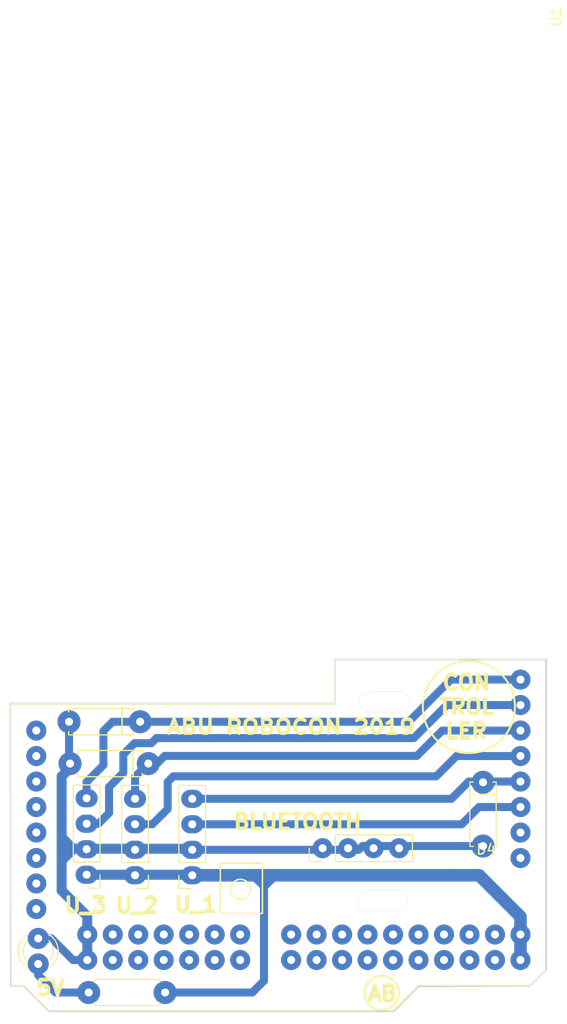
<source format=kicad_pcb>
(kicad_pcb (version 20171130) (host pcbnew "(5.0.2)-1")

  (general
    (thickness 1.6)
    (drawings 21)
    (tracks 87)
    (zones 0)
    (modules 10)
    (nets 10)
  )

  (page A4)
  (layers
    (0 F.Cu signal)
    (31 B.Cu signal)
    (32 B.Adhes user)
    (33 F.Adhes user)
    (34 B.Paste user)
    (35 F.Paste user)
    (36 B.SilkS user)
    (37 F.SilkS user)
    (38 B.Mask user)
    (39 F.Mask user)
    (40 Dwgs.User user)
    (41 Cmts.User user)
    (42 Eco1.User user)
    (43 Eco2.User user)
    (44 Edge.Cuts user)
    (45 Margin user)
    (46 B.CrtYd user)
    (47 F.CrtYd user)
    (48 B.Fab user)
    (49 F.Fab user)
  )

  (setup
    (last_trace_width 0.25)
    (user_trace_width 0.8)
    (user_trace_width 1)
    (user_trace_width 1.25)
    (trace_clearance 0.4)
    (zone_clearance 0.508)
    (zone_45_only no)
    (trace_min 0.2)
    (segment_width 0.2)
    (edge_width 0.15)
    (via_size 0.8)
    (via_drill 0.4)
    (via_min_size 0.4)
    (via_min_drill 0.3)
    (uvia_size 0.3)
    (uvia_drill 0.1)
    (uvias_allowed no)
    (uvia_min_size 0.2)
    (uvia_min_drill 0.1)
    (pcb_text_width 0.3)
    (pcb_text_size 1.5 1.5)
    (mod_edge_width 0.15)
    (mod_text_size 1 1)
    (mod_text_width 0.15)
    (pad_size 1.524 1.524)
    (pad_drill 0.762)
    (pad_to_mask_clearance 0.051)
    (solder_mask_min_width 0.25)
    (aux_axis_origin 0 0)
    (visible_elements 7FFFFFFF)
    (pcbplotparams
      (layerselection 0x010fc_ffffffff)
      (usegerberextensions false)
      (usegerberattributes false)
      (usegerberadvancedattributes false)
      (creategerberjobfile false)
      (excludeedgelayer true)
      (linewidth 0.100000)
      (plotframeref false)
      (viasonmask false)
      (mode 1)
      (useauxorigin false)
      (hpglpennumber 1)
      (hpglpenspeed 20)
      (hpglpendiameter 15.000000)
      (psnegative false)
      (psa4output false)
      (plotreference true)
      (plotvalue true)
      (plotinvisibletext false)
      (padsonsilk false)
      (subtractmaskfromsilk false)
      (outputformat 1)
      (mirror false)
      (drillshape 1)
      (scaleselection 1)
      (outputdirectory ""))
  )

  (net 0 "")
  (net 1 GND)
  (net 2 "Net-(D1-Pad2)")
  (net 3 +5V)
  (net 4 /RX_01)
  (net 5 /TX_01)
  (net 6 /TX_02)
  (net 7 /RX_02)
  (net 8 /RX_03)
  (net 9 /TX_03)

  (net_class Default "This is the default net class."
    (clearance 0.4)
    (trace_width 0.25)
    (via_dia 0.8)
    (via_drill 0.4)
    (uvia_dia 0.3)
    (uvia_drill 0.1)
    (add_net +5V)
    (add_net /RX_01)
    (add_net /RX_02)
    (add_net /RX_03)
    (add_net /TX_01)
    (add_net /TX_02)
    (add_net /TX_03)
    (add_net GND)
    (add_net "Net-(D1-Pad2)")
  )

  (module Pin_Headers:Pin_Header_Straight_1x04_Pitch2.54mm (layer F.Cu) (tedit 5D1DCE9C) (tstamp 5D1CF6F0)
    (at 142.0876 118.7196 90)
    (descr "Through hole straight pin header, 1x04, 2.54mm pitch, single row")
    (tags "Through hole pin header THT 1x04 2.54mm single row")
    (path /5D1CED42)
    (fp_text reference J4 (at 0 -2.33 90) (layer F.SilkS) hide
      (effects (font (size 1 1) (thickness 0.15)))
    )
    (fp_text value Conn_01x04 (at 0 9.95 90) (layer F.Fab)
      (effects (font (size 1 1) (thickness 0.15)))
    )
    (fp_line (start -0.635 -1.27) (end 1.27 -1.27) (layer F.Fab) (width 0.1))
    (fp_line (start 1.27 -1.27) (end 1.27 8.89) (layer F.Fab) (width 0.1))
    (fp_line (start 1.27 8.89) (end -1.27 8.89) (layer F.Fab) (width 0.1))
    (fp_line (start -1.27 8.89) (end -1.27 -0.635) (layer F.Fab) (width 0.1))
    (fp_line (start -1.27 -0.635) (end -0.635 -1.27) (layer F.Fab) (width 0.1))
    (fp_line (start -1.33 8.95) (end 1.33 8.95) (layer F.SilkS) (width 0.12))
    (fp_line (start -1.33 1.27) (end -1.33 8.95) (layer F.SilkS) (width 0.12))
    (fp_line (start 1.33 1.27) (end 1.33 8.95) (layer F.SilkS) (width 0.12))
    (fp_line (start -1.33 1.27) (end 1.33 1.27) (layer F.SilkS) (width 0.12))
    (fp_line (start -1.33 0) (end -1.33 -1.33) (layer F.SilkS) (width 0.12))
    (fp_line (start -1.33 -1.33) (end 0 -1.33) (layer F.SilkS) (width 0.12))
    (fp_line (start -1.8 -1.8) (end -1.8 9.4) (layer F.CrtYd) (width 0.05))
    (fp_line (start -1.8 9.4) (end 1.8 9.4) (layer F.CrtYd) (width 0.05))
    (fp_line (start 1.8 9.4) (end 1.8 -1.8) (layer F.CrtYd) (width 0.05))
    (fp_line (start 1.8 -1.8) (end -1.8 -1.8) (layer F.CrtYd) (width 0.05))
    (fp_text user %R (at 0 3.81 180) (layer F.Fab)
      (effects (font (size 1 1) (thickness 0.15)))
    )
    (pad 1 thru_hole circle (at 0 0 90) (size 2 2) (drill 0.8) (layers *.Cu *.Mask)
      (net 1 GND))
    (pad 2 thru_hole circle (at 0 2.54 90) (size 2 2) (drill 0.8) (layers *.Cu *.Mask)
      (net 1 GND))
    (pad 3 thru_hole circle (at 0 5.08 90) (size 2 2) (drill 0.8) (layers *.Cu *.Mask)
      (net 1 GND))
    (pad 4 thru_hole circle (at 0 7.62 90) (size 2 2) (drill 0.8) (layers *.Cu *.Mask)
      (net 1 GND))
    (model ${KISYS3DMOD}/Pin_Headers.3dshapes/Pin_Header_Straight_1x04_Pitch2.54mm.wrl
      (at (xyz 0 0 0))
      (scale (xyz 1 1 1))
      (rotate (xyz 0 0 0))
    )
  )

  (module modFiles:Resistor_small (layer F.Cu) (tedit 5D1DC92F) (tstamp 5D262673)
    (at 123.7996 106.1212 180)
    (descr "Resistor, Axial_DIN0207 series, Axial, Horizontal, pin pitch=7.62mm, 0.25W = 1/4W, length*diameter=6.3*2.5mm^2, http://cdn-reichelt.de/documents/datenblatt/B400/1_4W%23YAG.pdf")
    (tags "Resistor Axial_DIN0207 series Axial Horizontal pin pitch 7.62mm 0.25W = 1/4W length 6.3mm diameter 2.5mm")
    (path /5D1DCA1B)
    (fp_text reference D2 (at 3.81 -2.31 180) (layer F.SilkS) hide
      (effects (font (size 1 1) (thickness 0.15)))
    )
    (fp_text value D_Zener (at 3.81 2.31 180) (layer F.Fab)
      (effects (font (size 1 1) (thickness 0.15)))
    )
    (fp_line (start 0.66 -1.25) (end 0.66 1.25) (layer F.Fab) (width 0.1))
    (fp_line (start 0.66 1.25) (end 6.96 1.25) (layer F.Fab) (width 0.1))
    (fp_line (start 6.96 1.25) (end 6.96 -1.25) (layer F.Fab) (width 0.1))
    (fp_line (start 6.96 -1.25) (end 0.66 -1.25) (layer F.Fab) (width 0.1))
    (fp_line (start 0 0) (end 0.66 0) (layer F.Fab) (width 0.1))
    (fp_line (start 7.62 0) (end 6.96 0) (layer F.Fab) (width 0.1))
    (fp_line (start 0.6 -0.98) (end 0.6 -1.31) (layer F.SilkS) (width 0.12))
    (fp_line (start 0.6 -1.31) (end 7.02 -1.31) (layer F.SilkS) (width 0.12))
    (fp_line (start 7.02 -1.31) (end 7.02 -0.98) (layer F.SilkS) (width 0.12))
    (fp_line (start 0.6 0.98) (end 0.6 1.31) (layer F.SilkS) (width 0.12))
    (fp_line (start 0.6 1.31) (end 7.02 1.31) (layer F.SilkS) (width 0.12))
    (fp_line (start 7.02 1.31) (end 7.02 0.98) (layer F.SilkS) (width 0.12))
    (fp_line (start -1.05 -1.6) (end -1.05 1.6) (layer F.CrtYd) (width 0.05))
    (fp_line (start -1.05 1.6) (end 8.7 1.6) (layer F.CrtYd) (width 0.05))
    (fp_line (start 8.7 1.6) (end 8.7 -1.6) (layer F.CrtYd) (width 0.05))
    (fp_line (start 8.7 -1.6) (end -1.05 -1.6) (layer F.CrtYd) (width 0.05))
    (fp_line (start 1.7 1.3) (end 1.7 1.4) (layer F.SilkS) (width 0.15))
    (fp_line (start 1.7 1.4) (end 1.7 1.3) (layer F.SilkS) (width 0.15))
    (fp_line (start 1.7 -1.3) (end 1.7 1.4) (layer F.SilkS) (width 0.15))
    (pad 1 thru_hole circle (at -0.1 0 180) (size 2.3 2.3) (drill 0.8) (layers *.Cu *.Mask)
      (net 9 /TX_03))
    (pad 2 thru_hole circle (at 6.985 0 180) (size 2.3 2.3) (drill 0.8) (layers *.Cu *.Mask)
      (net 1 GND))
    (model _3D/Used/R_Axial_DIN0207_L6.3mm_D2.5mm_P7.62mm_Horizontal.wrl
      (at (xyz 0 0 0))
      (scale (xyz 0.393701 0.393701 0.393701))
      (rotate (xyz 0 0 0))
    )
  )

  (module modFiles:Resistor_small (layer F.Cu) (tedit 5D1DC88D) (tstamp 5D262689)
    (at 124.714 110.2868 180)
    (descr "Resistor, Axial_DIN0207 series, Axial, Horizontal, pin pitch=7.62mm, 0.25W = 1/4W, length*diameter=6.3*2.5mm^2, http://cdn-reichelt.de/documents/datenblatt/B400/1_4W%23YAG.pdf")
    (tags "Resistor Axial_DIN0207 series Axial Horizontal pin pitch 7.62mm 0.25W = 1/4W length 6.3mm diameter 2.5mm")
    (path /5D1DCB42)
    (fp_text reference D3 (at 3.81 -2.31 180) (layer F.SilkS) hide
      (effects (font (size 1 1) (thickness 0.15)))
    )
    (fp_text value D_Zener (at 3.81 2.31 180) (layer F.Fab)
      (effects (font (size 1 1) (thickness 0.15)))
    )
    (fp_line (start 8.7 -1.6) (end -1.05 -1.6) (layer F.CrtYd) (width 0.05))
    (fp_line (start 8.7 1.6) (end 8.7 -1.6) (layer F.CrtYd) (width 0.05))
    (fp_line (start -1.05 1.6) (end 8.7 1.6) (layer F.CrtYd) (width 0.05))
    (fp_line (start -1.05 -1.6) (end -1.05 1.6) (layer F.CrtYd) (width 0.05))
    (fp_line (start 7.02 1.31) (end 7.02 0.98) (layer F.SilkS) (width 0.12))
    (fp_line (start 0.6 1.31) (end 7.02 1.31) (layer F.SilkS) (width 0.12))
    (fp_line (start 0.6 0.98) (end 0.6 1.31) (layer F.SilkS) (width 0.12))
    (fp_line (start 7.02 -1.31) (end 7.02 -0.98) (layer F.SilkS) (width 0.12))
    (fp_line (start 0.6 -1.31) (end 7.02 -1.31) (layer F.SilkS) (width 0.12))
    (fp_line (start 0.6 -0.98) (end 0.6 -1.31) (layer F.SilkS) (width 0.12))
    (fp_line (start 7.62 0) (end 6.96 0) (layer F.Fab) (width 0.1))
    (fp_line (start 0 0) (end 0.66 0) (layer F.Fab) (width 0.1))
    (fp_line (start 6.96 -1.25) (end 0.66 -1.25) (layer F.Fab) (width 0.1))
    (fp_line (start 6.96 1.25) (end 6.96 -1.25) (layer F.Fab) (width 0.1))
    (fp_line (start 0.66 1.25) (end 6.96 1.25) (layer F.Fab) (width 0.1))
    (fp_line (start 0.66 -1.25) (end 0.66 1.25) (layer F.Fab) (width 0.1))
    (fp_line (start 1.515 -1.27) (end 1.515 1.27) (layer F.SilkS) (width 0.15))
    (pad 2 thru_hole circle (at 7.8 0 180) (size 2.3 2.3) (drill 0.8) (layers *.Cu *.Mask)
      (net 1 GND))
    (pad 1 thru_hole circle (at 0 0 180) (size 2.3 2.3) (drill 0.8) (layers *.Cu *.Mask)
      (net 6 /TX_02))
    (model _3D/Used/R_Axial_DIN0207_L6.3mm_D2.5mm_P7.62mm_Horizontal.wrl
      (at (xyz 0 0 0))
      (scale (xyz 0.393701 0.393701 0.393701))
      (rotate (xyz 0 0 0))
    )
  )

  (module modFiles:Resistor_small (layer F.Cu) (tedit 5D1DC554) (tstamp 5D26269F)
    (at 162.2044 116.5352 180)
    (descr "Resistor, Axial_DIN0207 series, Axial, Horizontal, pin pitch=7.62mm, 0.25W = 1/4W, length*diameter=6.3*2.5mm^2, http://cdn-reichelt.de/documents/datenblatt/B400/1_4W%23YAG.pdf")
    (tags "Resistor Axial_DIN0207 series Axial Horizontal pin pitch 7.62mm 0.25W = 1/4W length 6.3mm diameter 2.5mm")
    (path /5D1DCB7A)
    (fp_text reference D4 (at 3.81 -2.31 180) (layer F.SilkS)
      (effects (font (size 1 1) (thickness 0.15)))
    )
    (fp_text value D_Zener (at 3.81 2.31 180) (layer F.Fab)
      (effects (font (size 1 1) (thickness 0.15)))
    )
    (fp_line (start 2.8775 4.3565) (end 5.3775 4.3565) (layer F.Fab) (width 0.1))
    (fp_line (start 5.3775 4.3565) (end 5.3775 -1.9435) (layer F.Fab) (width 0.1))
    (fp_line (start 5.3775 -1.9435) (end 2.8775 -1.9435) (layer F.Fab) (width 0.1))
    (fp_line (start 2.8775 -1.9435) (end 2.8775 4.3565) (layer F.Fab) (width 0.1))
    (fp_line (start 4.1275 5.0165) (end 4.1275 4.3565) (layer F.Fab) (width 0.1))
    (fp_line (start 4.1275 -2.6035) (end 4.1275 -1.9435) (layer F.Fab) (width 0.1))
    (fp_line (start 3.1475 4.4165) (end 2.8175 4.4165) (layer F.SilkS) (width 0.12))
    (fp_line (start 2.8175 4.4165) (end 2.8175 -2.0035) (layer F.SilkS) (width 0.12))
    (fp_line (start 2.8175 -2.0035) (end 3.1475 -2.0035) (layer F.SilkS) (width 0.12))
    (fp_line (start 5.1075 4.4165) (end 5.4375 4.4165) (layer F.SilkS) (width 0.12))
    (fp_line (start 5.4375 4.4165) (end 5.4375 -2.0035) (layer F.SilkS) (width 0.12))
    (fp_line (start 5.4375 -2.0035) (end 5.1075 -2.0035) (layer F.SilkS) (width 0.12))
    (fp_line (start 2.5275 6.0665) (end 5.7275 6.0665) (layer F.CrtYd) (width 0.05))
    (fp_line (start 5.7275 6.0665) (end 5.7275 -3.6835) (layer F.CrtYd) (width 0.05))
    (fp_line (start 5.7275 -3.6835) (end 2.5275 -3.6835) (layer F.CrtYd) (width 0.05))
    (fp_line (start 2.5275 -3.6835) (end 2.5275 6.0665) (layer F.CrtYd) (width 0.05))
    (fp_line (start 5.461 3.175) (end 5.334 3.175) (layer F.SilkS) (width 0.15))
    (fp_line (start 2.921 3.175) (end 5.461 3.175) (layer F.SilkS) (width 0.15))
    (pad 1 thru_hole circle (at 4.1275 4.3815 270) (size 2.3 2.3) (drill 0.8) (layers *.Cu *.Mask)
      (net 5 /TX_01))
    (pad 2 thru_hole circle (at 4.1275 -1.9685 270) (size 2.3 2.3) (drill 0.8) (layers *.Cu *.Mask)
      (net 1 GND))
    (model _3D/Used/R_Axial_DIN0207_L6.3mm_D2.5mm_P7.62mm_Horizontal.wrl
      (at (xyz 0 0 0))
      (scale (xyz 0.393701 0.393701 0.393701))
      (rotate (xyz 0 0 0))
    )
  )

  (module modFiles:bluetooth (layer F.Cu) (tedit 5D1CE713) (tstamp 5D25C2D8)
    (at 136.0932 118.618 180)
    (descr "Through hole straight pin header, 1x04, 2.54mm pitch, single row")
    (tags "Through hole pin header THT 1x04 2.54mm single row")
    (path /5D1CA3F4)
    (fp_text reference J1 (at 7.084 7.252 180) (layer F.SilkS) hide
      (effects (font (size 1 1) (thickness 0.15)))
    )
    (fp_text value Conn_01x04 (at 7 7.15 180) (layer F.Fab)
      (effects (font (size 1 1) (thickness 0.15)))
    )
    (fp_line (start 7.635 -4.07) (end 5.73 -4.07) (layer F.Fab) (width 0.1))
    (fp_line (start 5.73 -4.07) (end 5.73 6.09) (layer F.Fab) (width 0.1))
    (fp_line (start 5.73 6.09) (end 8.27 6.09) (layer F.Fab) (width 0.1))
    (fp_line (start 8.27 6.09) (end 8.27 -3.435) (layer F.Fab) (width 0.1))
    (fp_line (start 8.27 -3.435) (end 7.635 -4.07) (layer F.Fab) (width 0.1))
    (fp_line (start 8.33 6.15) (end 5.67 6.15) (layer F.SilkS) (width 0.12))
    (fp_line (start 8.33 -1.53) (end 8.33 6.15) (layer F.SilkS) (width 0.12))
    (fp_line (start 5.67 -1.53) (end 5.67 6.15) (layer F.SilkS) (width 0.12))
    (fp_line (start 8.33 -1.53) (end 5.67 -1.53) (layer F.SilkS) (width 0.12))
    (fp_line (start 8.33 -2.8) (end 8.33 -4.13) (layer F.SilkS) (width 0.12))
    (fp_line (start 8.33 -4.13) (end 7 -4.13) (layer F.SilkS) (width 0.12))
    (fp_line (start 8.8 -4.6) (end 8.8 6.6) (layer F.CrtYd) (width 0.05))
    (fp_line (start 8.8 6.6) (end 5.2 6.6) (layer F.CrtYd) (width 0.05))
    (fp_line (start 5.2 6.6) (end 5.2 -4.6) (layer F.CrtYd) (width 0.05))
    (fp_line (start 5.2 -4.6) (end 8.8 -4.6) (layer F.CrtYd) (width 0.05))
    (fp_text user %R (at 7 1.01 270) (layer F.Fab)
      (effects (font (size 1 1) (thickness 0.15)))
    )
    (fp_line (start 0 -6.6) (end 4.2 -6.6) (layer F.SilkS) (width 0.15))
    (fp_line (start 0 -1.6) (end 0 -6.6) (layer F.SilkS) (width 0.15))
    (fp_line (start 4.2 -1.6) (end 0 -1.6) (layer F.SilkS) (width 0.15))
    (fp_line (start 4.2 -6.6) (end 4.2 -1.6) (layer F.SilkS) (width 0.15))
    (fp_circle (center 2.2 -4.2) (end 1.6 -3.4) (layer F.SilkS) (width 0.15))
    (pad 0 thru_hole oval (at -12.192 14.478 180) (size 5 2) (drill oval 5 2) (layers *.Cu *.Mask))
    (pad 0 thru_hole oval (at -11.938 -5.334 180) (size 5 2) (drill oval 5 2) (layers *.Cu *.Mask))
    (pad 1 thru_hole oval (at 7 -2.8 180) (size 2.2 1.8) (drill 0.8) (layers *.Cu *.Mask)
      (net 3 +5V))
    (pad 2 thru_hole oval (at 7 -0.26 180) (size 2.2 1.8) (drill 0.8) (layers *.Cu *.Mask)
      (net 1 GND))
    (pad 3 thru_hole oval (at 7 2.28 180) (size 2.2 1.8) (drill 0.8) (layers *.Cu *.Mask)
      (net 4 /RX_01))
    (pad 4 thru_hole oval (at 7 4.82 180) (size 2.2 1.8) (drill 0.8) (layers *.Cu *.Mask)
      (net 5 /TX_01))
    (model ${KISYS3DMOD}/Pin_Headers.3dshapes/Pin_Header_Straight_1x04_Pitch2.54mm.wrl
      (at (xyz 0 0 0))
      (scale (xyz 1 1 1))
      (rotate (xyz 0 0 0))
    )
  )

  (module modFiles:Arduino_Mega2560_Shield (layer F.Cu) (tedit 5D1CAEE2) (tstamp 5D2509EA)
    (at 155.956 60.6552)
    (path /5D1CA2A8)
    (fp_text reference U1 (at 9.4107 -24.7777 270) (layer F.SilkS)
      (effects (font (size 1 1) (thickness 0.15)))
    )
    (fp_text value Arduino_Mega2560_Shield (at 9.6647 -16.6497 270) (layer F.Fab)
      (effects (font (size 1 1) (thickness 0.15)))
    )
    (fp_line (start -4.3053 71.7423) (end 6.8707 71.7423) (layer F.SilkS) (width 0.15))
    (fp_line (start -6.8453 74.2823) (end -4.3053 71.7423) (layer F.SilkS) (width 0.15))
    (fp_line (start -41.1353 74.2823) (end -6.8453 74.2823) (layer F.SilkS) (width 0.15))
    (fp_line (start -43.6753 71.7423) (end -41.1353 74.2823) (layer F.SilkS) (width 0.15))
    (fp_line (start -44.9453 71.7423) (end -43.6753 71.7423) (layer F.SilkS) (width 0.15))
    (fp_line (start 8.3947 70.2183) (end 6.8707 71.7423) (layer F.SilkS) (width 0.15))
    (fp_line (start 8.382 39.243) (end -12.7 39.243) (layer F.SilkS) (width 0.15))
    (fp_line (start 8.382 70.231) (end 8.382 39.243) (layer F.SilkS) (width 0.15))
    (fp_line (start -44.958 71.755) (end -44.958 43.688) (layer F.SilkS) (width 0.15))
    (fp_line (start -44.958 43.688) (end -12.7 43.688) (layer F.SilkS) (width 0.15))
    (fp_line (start -12.7 39.243) (end -12.446 39.243) (layer F.SilkS) (width 0.15))
    (fp_line (start -12.7 43.688) (end -12.7 39.243) (layer F.SilkS) (width 0.15))
    (pad GND1 thru_hole circle (at -37.3253 66.6623 270) (size 2 2) (drill 0.8) (layers *.Cu *.Mask)
      (net 1 GND))
    (pad GND2 thru_hole circle (at -37.3253 69.2023 270) (size 2 2) (drill 0.8) (layers *.Cu *.Mask)
      (net 1 GND))
    (pad 23 thru_hole circle (at 3.3147 69.2023 270) (size 2 2) (drill 0.8) (layers *.Cu *.Mask))
    (pad 22 thru_hole circle (at 3.3147 66.6623 270) (size 2 2) (drill 0.8) (layers *.Cu *.Mask))
    (pad 5V1 thru_hole circle (at 5.8547 69.2023 270) (size 2 2) (drill 0.8) (layers *.Cu *.Mask)
      (net 3 +5V))
    (pad 5V1 thru_hole circle (at 5.8547 66.6623 270) (size 2 2) (drill 0.8) (layers *.Cu *.Mask)
      (net 3 +5V))
    (pad 53 thru_hole circle (at -34.7853 69.2023 270) (size 2 2) (drill 0.8) (layers *.Cu *.Mask))
    (pad 52 thru_hole circle (at -34.7853 66.6623 270) (size 2 2) (drill 0.8) (layers *.Cu *.Mask))
    (pad 51 thru_hole circle (at -32.2453 69.2023 270) (size 2 2) (drill 0.8) (layers *.Cu *.Mask))
    (pad 50 thru_hole circle (at -32.2453 66.6623 270) (size 2 2) (drill 0.8) (layers *.Cu *.Mask))
    (pad 49 thru_hole circle (at -29.7053 69.2023 270) (size 2 2) (drill 0.8) (layers *.Cu *.Mask))
    (pad 48 thru_hole circle (at -29.7053 66.6623 270) (size 2 2) (drill 0.8) (layers *.Cu *.Mask))
    (pad 47 thru_hole circle (at -27.1653 69.2023 270) (size 2 2) (drill 0.8) (layers *.Cu *.Mask))
    (pad 46 thru_hole circle (at -27.1653 66.6623 270) (size 2 2) (drill 0.8) (layers *.Cu *.Mask))
    (pad 45 thru_hole circle (at -24.6253 69.2023 270) (size 2 2) (drill 0.8) (layers *.Cu *.Mask))
    (pad 44 thru_hole circle (at -24.6253 66.6623 270) (size 2 2) (drill 0.8) (layers *.Cu *.Mask))
    (pad 43 thru_hole circle (at -22.0853 69.2023 270) (size 2 2) (drill 0.8) (layers *.Cu *.Mask))
    (pad 42 thru_hole circle (at -22.0853 66.6623 270) (size 2 2) (drill 0.8) (layers *.Cu *.Mask))
    (pad 21 thru_hole circle (at 5.8547 59.0423 270) (size 2 2) (drill 0.8) (layers *.Cu *.Mask))
    (pad 20 thru_hole circle (at 5.8547 56.5023 270) (size 2 2) (drill 0.8) (layers *.Cu *.Mask))
    (pad 19 thru_hole circle (at 5.8547 53.9623 270) (size 2 2) (drill 0.8) (layers *.Cu *.Mask)
      (net 4 /RX_01))
    (pad 18 thru_hole circle (at 5.8547 51.4223 270) (size 2 2) (drill 0.8) (layers *.Cu *.Mask)
      (net 5 /TX_01))
    (pad 17 thru_hole circle (at 5.8547 48.8823 270) (size 2 2) (drill 0.8) (layers *.Cu *.Mask)
      (net 7 /RX_02))
    (pad 16 thru_hole circle (at 5.8547 46.3423 270) (size 2 2) (drill 0.8) (layers *.Cu *.Mask)
      (net 6 /TX_02))
    (pad 15 thru_hole circle (at 5.8547 43.8023 270) (size 2 2) (drill 0.8) (layers *.Cu *.Mask)
      (net 8 /RX_03))
    (pad 14 thru_hole circle (at 5.8547 41.2623 270) (size 2 2) (drill 0.8) (layers *.Cu *.Mask)
      (net 9 /TX_03))
    (pad A8 thru_hole circle (at -42.4053 46.3423 270) (size 2 2) (drill 0.8) (layers *.Cu *.Mask))
    (pad A9 thru_hole circle (at -42.4053 48.8823 270) (size 2 2) (drill 0.8) (layers *.Cu *.Mask))
    (pad A10 thru_hole circle (at -42.4053 51.4223 270) (size 2 2) (drill 0.8) (layers *.Cu *.Mask))
    (pad A11 thru_hole circle (at -42.4053 53.9623 270) (size 2 2) (drill 0.8) (layers *.Cu *.Mask))
    (pad A12 thru_hole circle (at -42.4053 56.5023 270) (size 2 2) (drill 0.8) (layers *.Cu *.Mask))
    (pad A13 thru_hole circle (at -42.4053 59.0423 270) (size 2 2) (drill 0.8) (layers *.Cu *.Mask))
    (pad A14 thru_hole circle (at -42.4053 61.5823 270) (size 2 2) (drill 0.8) (layers *.Cu *.Mask))
    (pad A15 thru_hole circle (at -42.4053 64.1223 270) (size 2 2) (drill 0.8) (layers *.Cu *.Mask))
    (pad 24 thru_hole circle (at 0.7747 66.6623 270) (size 2 2) (drill 0.8) (layers *.Cu *.Mask))
    (pad 25 thru_hole circle (at 0.7747 69.2023 270) (size 2 2) (drill 0.8) (layers *.Cu *.Mask))
    (pad 26 thru_hole circle (at -1.7653 66.6623 270) (size 2 2) (drill 0.8) (layers *.Cu *.Mask))
    (pad 27 thru_hole circle (at -1.7653 69.2023 270) (size 2 2) (drill 0.8) (layers *.Cu *.Mask))
    (pad 28 thru_hole circle (at -4.3053 66.6623 270) (size 2 2) (drill 0.8) (layers *.Cu *.Mask))
    (pad 29 thru_hole circle (at -4.3053 69.2023 270) (size 2 2) (drill 0.8) (layers *.Cu *.Mask))
    (pad 30 thru_hole circle (at -6.8453 66.6623 270) (size 2 2) (drill 0.8) (layers *.Cu *.Mask))
    (pad 31 thru_hole circle (at -6.8453 69.2023 270) (size 2 2) (drill 0.8) (layers *.Cu *.Mask))
    (pad 32 thru_hole circle (at -9.3853 66.6623 270) (size 2 2) (drill 0.8) (layers *.Cu *.Mask))
    (pad 33 thru_hole circle (at -9.3853 69.2023 270) (size 2 2) (drill 0.8) (layers *.Cu *.Mask))
    (pad 34 thru_hole circle (at -11.9253 66.6623 270) (size 2 2) (drill 0.8) (layers *.Cu *.Mask))
    (pad 35 thru_hole circle (at -11.9253 69.2023 270) (size 2 2) (drill 0.8) (layers *.Cu *.Mask))
    (pad 36 thru_hole circle (at -14.4653 66.6623 270) (size 2 2) (drill 0.8) (layers *.Cu *.Mask))
    (pad 37 thru_hole circle (at -14.4653 69.2023 270) (size 2 2) (drill 0.8) (layers *.Cu *.Mask))
    (pad 38 thru_hole circle (at -17.0053 66.6623 270) (size 2 2) (drill 0.8) (layers *.Cu *.Mask))
    (pad 39 thru_hole circle (at -17.0053 69.2023 270) (size 2 2) (drill 0.8) (layers *.Cu *.Mask))
    (model _3D/Used/arduino_mega_header.wrl
      (offset (xyz -18.28799972534179 -22.07259966850281 0))
      (scale (xyz 1 1 1))
      (rotate (xyz 0 0 90))
    )
  )

  (module Pin_Headers:Pin_Header_Straight_1x04_Pitch2.54mm (layer F.Cu) (tedit 5D1CE38A) (tstamp 5D250962)
    (at 118.5672 121.3612 180)
    (descr "Through hole straight pin header, 1x04, 2.54mm pitch, single row")
    (tags "Through hole pin header THT 1x04 2.54mm single row")
    (path /5D1CA32F)
    (fp_text reference J3 (at 0 -3.0988 180) (layer F.SilkS) hide
      (effects (font (size 1 1) (thickness 0.15)))
    )
    (fp_text value Conn_01x04 (at 0 9.95 180) (layer F.Fab)
      (effects (font (size 1 1) (thickness 0.15)))
    )
    (fp_line (start -0.635 -1.27) (end 1.27 -1.27) (layer F.Fab) (width 0.1))
    (fp_line (start 1.27 -1.27) (end 1.27 8.89) (layer F.Fab) (width 0.1))
    (fp_line (start 1.27 8.89) (end -1.27 8.89) (layer F.Fab) (width 0.1))
    (fp_line (start -1.27 8.89) (end -1.27 -0.635) (layer F.Fab) (width 0.1))
    (fp_line (start -1.27 -0.635) (end -0.635 -1.27) (layer F.Fab) (width 0.1))
    (fp_line (start -1.33 8.95) (end 1.33 8.95) (layer F.SilkS) (width 0.12))
    (fp_line (start -1.33 1.27) (end -1.33 8.95) (layer F.SilkS) (width 0.12))
    (fp_line (start 1.33 1.27) (end 1.33 8.95) (layer F.SilkS) (width 0.12))
    (fp_line (start -1.33 1.27) (end 1.33 1.27) (layer F.SilkS) (width 0.12))
    (fp_line (start -1.33 0) (end -1.33 -1.33) (layer F.SilkS) (width 0.12))
    (fp_line (start -1.33 -1.33) (end 0 -1.33) (layer F.SilkS) (width 0.12))
    (fp_line (start -1.8 -1.8) (end -1.8 9.4) (layer F.CrtYd) (width 0.05))
    (fp_line (start -1.8 9.4) (end 1.8 9.4) (layer F.CrtYd) (width 0.05))
    (fp_line (start 1.8 9.4) (end 1.8 -1.8) (layer F.CrtYd) (width 0.05))
    (fp_line (start 1.8 -1.8) (end -1.8 -1.8) (layer F.CrtYd) (width 0.05))
    (fp_text user %R (at 0 3.81 270) (layer F.Fab)
      (effects (font (size 1 1) (thickness 0.15)))
    )
    (pad 1 thru_hole oval (at 0 0 180) (size 2.2 1.8) (drill 0.8) (layers *.Cu *.Mask)
      (net 3 +5V))
    (pad 2 thru_hole oval (at 0 2.54 180) (size 2.2 1.8) (drill 0.8) (layers *.Cu *.Mask)
      (net 1 GND))
    (pad 3 thru_hole oval (at 0 5.08 180) (size 2.2 1.8) (drill 0.8) (layers *.Cu *.Mask)
      (net 8 /RX_03))
    (pad 4 thru_hole oval (at 0 7.62 180) (size 2.2 1.8) (drill 0.8) (layers *.Cu *.Mask)
      (net 9 /TX_03))
    (model ${KISYS3DMOD}/Pin_Headers.3dshapes/Pin_Header_Straight_1x04_Pitch2.54mm.wrl
      (at (xyz 0 0 0))
      (scale (xyz 1 1 1))
      (rotate (xyz 0 0 0))
    )
  )

  (module Pin_Headers:Pin_Header_Straight_1x04_Pitch2.54mm (layer F.Cu) (tedit 5D1CE38E) (tstamp 5D25094A)
    (at 123.3932 121.412 180)
    (descr "Through hole straight pin header, 1x04, 2.54mm pitch, single row")
    (tags "Through hole pin header THT 1x04 2.54mm single row")
    (path /5D1CA39B)
    (fp_text reference J2 (at -0.0508 -3.048 180) (layer F.SilkS) hide
      (effects (font (size 1 1) (thickness 0.15)))
    )
    (fp_text value Conn_01x04 (at 0 9.95 180) (layer F.Fab)
      (effects (font (size 1 1) (thickness 0.15)))
    )
    (fp_text user %R (at 0 3.81 270) (layer F.Fab)
      (effects (font (size 1 1) (thickness 0.15)))
    )
    (fp_line (start 1.8 -1.8) (end -1.8 -1.8) (layer F.CrtYd) (width 0.05))
    (fp_line (start 1.8 9.4) (end 1.8 -1.8) (layer F.CrtYd) (width 0.05))
    (fp_line (start -1.8 9.4) (end 1.8 9.4) (layer F.CrtYd) (width 0.05))
    (fp_line (start -1.8 -1.8) (end -1.8 9.4) (layer F.CrtYd) (width 0.05))
    (fp_line (start -1.33 -1.33) (end 0 -1.33) (layer F.SilkS) (width 0.12))
    (fp_line (start -1.33 0) (end -1.33 -1.33) (layer F.SilkS) (width 0.12))
    (fp_line (start -1.33 1.27) (end 1.33 1.27) (layer F.SilkS) (width 0.12))
    (fp_line (start 1.33 1.27) (end 1.33 8.95) (layer F.SilkS) (width 0.12))
    (fp_line (start -1.33 1.27) (end -1.33 8.95) (layer F.SilkS) (width 0.12))
    (fp_line (start -1.33 8.95) (end 1.33 8.95) (layer F.SilkS) (width 0.12))
    (fp_line (start -1.27 -0.635) (end -0.635 -1.27) (layer F.Fab) (width 0.1))
    (fp_line (start -1.27 8.89) (end -1.27 -0.635) (layer F.Fab) (width 0.1))
    (fp_line (start 1.27 8.89) (end -1.27 8.89) (layer F.Fab) (width 0.1))
    (fp_line (start 1.27 -1.27) (end 1.27 8.89) (layer F.Fab) (width 0.1))
    (fp_line (start -0.635 -1.27) (end 1.27 -1.27) (layer F.Fab) (width 0.1))
    (pad 4 thru_hole oval (at 0 7.62 180) (size 2.2 1.8) (drill 0.8) (layers *.Cu *.Mask)
      (net 6 /TX_02))
    (pad 3 thru_hole oval (at 0 5.08 180) (size 2.2 1.8) (drill 0.8) (layers *.Cu *.Mask)
      (net 7 /RX_02))
    (pad 2 thru_hole oval (at 0 2.54 180) (size 2.2 1.8) (drill 0.8) (layers *.Cu *.Mask)
      (net 1 GND))
    (pad 1 thru_hole oval (at 0 0 180) (size 2.2 1.8) (drill 0.8) (layers *.Cu *.Mask)
      (net 3 +5V))
    (model ${KISYS3DMOD}/Pin_Headers.3dshapes/Pin_Header_Straight_1x04_Pitch2.54mm.wrl
      (at (xyz 0 0 0))
      (scale (xyz 1 1 1))
      (rotate (xyz 0 0 0))
    )
  )

  (module modFiles:LED_D3.0mm (layer F.Cu) (tedit 5D1CE35C) (tstamp 5D25091A)
    (at 113.7412 127.7112 270)
    (descr "LED, diameter 3.0mm, 2 pins")
    (tags "LED diameter 3.0mm 2 pins")
    (path /5D1CAC61)
    (fp_text reference D1 (at 1.27 -2.96 270) (layer F.SilkS) hide
      (effects (font (size 1 1) (thickness 0.15)))
    )
    (fp_text value LED (at 1.27 2.96 270) (layer F.Fab)
      (effects (font (size 1 1) (thickness 0.15)))
    )
    (fp_arc (start 1.27 0) (end -0.23 -1.16619) (angle 284.3) (layer F.Fab) (width 0.1))
    (fp_arc (start 1.27 0) (end -0.29 -1.235516) (angle 108.8) (layer F.SilkS) (width 0.12))
    (fp_arc (start 1.27 0) (end -0.29 1.235516) (angle -108.8) (layer F.SilkS) (width 0.12))
    (fp_arc (start 1.27 0) (end 0.229039 -1.08) (angle 87.9) (layer F.SilkS) (width 0.12))
    (fp_arc (start 1.27 0) (end 0.229039 1.08) (angle -87.9) (layer F.SilkS) (width 0.12))
    (fp_circle (center 1.27 0) (end 2.77 0) (layer F.Fab) (width 0.1))
    (fp_line (start -0.23 -1.16619) (end -0.23 1.16619) (layer F.Fab) (width 0.1))
    (fp_line (start -0.29 -1.236) (end -0.29 -1.08) (layer F.SilkS) (width 0.12))
    (fp_line (start -0.29 1.08) (end -0.29 1.236) (layer F.SilkS) (width 0.12))
    (fp_line (start -1.15 -2.25) (end -1.15 2.25) (layer F.CrtYd) (width 0.05))
    (fp_line (start -1.15 2.25) (end 3.7 2.25) (layer F.CrtYd) (width 0.05))
    (fp_line (start 3.7 2.25) (end 3.7 -2.25) (layer F.CrtYd) (width 0.05))
    (fp_line (start 3.7 -2.25) (end -1.15 -2.25) (layer F.CrtYd) (width 0.05))
    (pad 1 thru_hole circle (at 0 0 270) (size 2.1 2.1) (drill 0.8) (layers *.Cu *.Mask)
      (net 1 GND))
    (pad 2 thru_hole circle (at 2.54 0 270) (size 2.1 2.1) (drill 0.8) (layers *.Cu *.Mask)
      (net 2 "Net-(D1-Pad2)"))
    (model _3D/Used/led_3mm_red.wrl
      (offset (xyz 1.269999980926514 0 0))
      (scale (xyz 1 1 1))
      (rotate (xyz 0 0 90))
    )
  )

  (module modFiles:Resistor_small (layer F.Cu) (tedit 5D1CE354) (tstamp 5D250978)
    (at 118.7704 133.096)
    (descr "Resistor, Axial_DIN0207 series, Axial, Horizontal, pin pitch=7.62mm, 0.25W = 1/4W, length*diameter=6.3*2.5mm^2, http://cdn-reichelt.de/documents/datenblatt/B400/1_4W%23YAG.pdf")
    (tags "Resistor Axial_DIN0207 series Axial Horizontal pin pitch 7.62mm 0.25W = 1/4W length 6.3mm diameter 2.5mm")
    (path /5D1CABEA)
    (fp_text reference R1 (at 3.81 -2.31) (layer F.SilkS) hide
      (effects (font (size 1 1) (thickness 0.15)))
    )
    (fp_text value R (at 3.81 2.31) (layer F.Fab)
      (effects (font (size 1 1) (thickness 0.15)))
    )
    (fp_line (start 0.66 -1.25) (end 0.66 1.25) (layer F.Fab) (width 0.1))
    (fp_line (start 0.66 1.25) (end 6.96 1.25) (layer F.Fab) (width 0.1))
    (fp_line (start 6.96 1.25) (end 6.96 -1.25) (layer F.Fab) (width 0.1))
    (fp_line (start 6.96 -1.25) (end 0.66 -1.25) (layer F.Fab) (width 0.1))
    (fp_line (start 0 0) (end 0.66 0) (layer F.Fab) (width 0.1))
    (fp_line (start 7.62 0) (end 6.96 0) (layer F.Fab) (width 0.1))
    (fp_line (start 0.6 -0.98) (end 0.6 -1.31) (layer F.SilkS) (width 0.12))
    (fp_line (start 0.6 -1.31) (end 7.02 -1.31) (layer F.SilkS) (width 0.12))
    (fp_line (start 7.02 -1.31) (end 7.02 -0.98) (layer F.SilkS) (width 0.12))
    (fp_line (start 0.6 0.98) (end 0.6 1.31) (layer F.SilkS) (width 0.12))
    (fp_line (start 0.6 1.31) (end 7.02 1.31) (layer F.SilkS) (width 0.12))
    (fp_line (start 7.02 1.31) (end 7.02 0.98) (layer F.SilkS) (width 0.12))
    (fp_line (start -1.05 -1.6) (end -1.05 1.6) (layer F.CrtYd) (width 0.05))
    (fp_line (start -1.05 1.6) (end 8.7 1.6) (layer F.CrtYd) (width 0.05))
    (fp_line (start 8.7 1.6) (end 8.7 -1.6) (layer F.CrtYd) (width 0.05))
    (fp_line (start 8.7 -1.6) (end -1.05 -1.6) (layer F.CrtYd) (width 0.05))
    (pad 1 thru_hole circle (at 0 0) (size 2.3 2.3) (drill 0.8) (layers *.Cu *.Mask)
      (net 2 "Net-(D1-Pad2)"))
    (pad 2 thru_hole circle (at 7.62 0) (size 2.3 2.3) (drill 0.8) (layers *.Cu *.Mask)
      (net 3 +5V))
    (model _3D/Used/R_Axial_DIN0207_L6.3mm_D2.5mm_P7.62mm_Horizontal.wrl
      (at (xyz 0 0 0))
      (scale (xyz 0.393701 0.393701 0.393701))
      (rotate (xyz 0 0 0))
    )
  )

  (gr_line (start 110.998 132.4356) (end 110.9472 104.2924) (angle 90) (layer Edge.Cuts) (width 0.15))
  (gr_line (start 112.268 132.4356) (end 110.998 132.4356) (angle 90) (layer Edge.Cuts) (width 0.15))
  (gr_line (start 114.808 134.9756) (end 112.268 132.4356) (angle 90) (layer Edge.Cuts) (width 0.15))
  (gr_line (start 149.1996 134.9756) (end 114.808 134.9756) (angle 90) (layer Edge.Cuts) (width 0.15))
  (gr_line (start 151.6888 132.4864) (end 149.1996 134.9756) (angle 90) (layer Edge.Cuts) (width 0.15))
  (gr_line (start 162.7632 132.4356) (end 151.6888 132.4864) (angle 90) (layer Edge.Cuts) (width 0.15))
  (gr_line (start 164.3888 130.81) (end 162.7632 132.4356) (angle 90) (layer Edge.Cuts) (width 0.15))
  (gr_line (start 164.3888 99.9236) (end 164.3888 130.81) (angle 90) (layer Edge.Cuts) (width 0.15))
  (gr_line (start 143.3068 99.9236) (end 164.3888 99.9236) (angle 90) (layer Edge.Cuts) (width 0.15))
  (gr_line (start 143.3068 104.2924) (end 143.3068 99.9236) (angle 90) (layer Edge.Cuts) (width 0.15))
  (gr_line (start 111.0488 104.2924) (end 143.3068 104.2924) (angle 90) (layer Edge.Cuts) (width 0.15))
  (gr_circle (center 156.6672 104.648) (end 158.8008 108.712) (layer F.SilkS) (width 0.2))
  (gr_circle (center 147.9804 133.1468) (end 149.352 134.1628) (layer F.SilkS) (width 0.2))
  (gr_text BLUETOOTH (at 139.5984 116.078) (layer F.SilkS)
    (effects (font (size 1.5 1.5) (thickness 0.375)))
  )
  (gr_text "CON\nTROL\nLER" (at 156.4132 104.648) (layer F.SilkS)
    (effects (font (size 1.5 1.5) (thickness 0.375)))
  )
  (gr_text "ABU ROBOCON 2019" (at 138.938 106.6292) (layer F.SilkS)
    (effects (font (size 1.4 1.6) (thickness 0.35)))
  )
  (gr_text AB (at 148.0312 133.1976) (layer F.SilkS)
    (effects (font (size 1.5 1.5) (thickness 0.375)))
  )
  (gr_text 5V (at 114.9604 132.6388) (layer F.SilkS)
    (effects (font (size 1.5 1.5) (thickness 0.375)))
  )
  (gr_text U_1 (at 129.4384 124.3076) (layer F.SilkS)
    (effects (font (size 1.5 1.5) (thickness 0.375)))
  )
  (gr_text "U_2\n" (at 123.5964 124.4092) (layer F.SilkS)
    (effects (font (size 1.5 1.5) (thickness 0.375)))
  )
  (gr_text U_3 (at 118.4656 124.4092) (layer F.SilkS)
    (effects (font (size 1.5 1.5) (thickness 0.375)))
  )

  (segment (start 118.6307 129.8575) (end 118.6307 127.3175) (width 1) (layer B.Cu) (net 1) (status C00000))
  (segment (start 113.7412 127.7112) (end 115.062 127.7112) (width 0.8) (layer B.Cu) (net 1) (status 400000))
  (segment (start 117.2083 129.8575) (end 118.6307 129.8575) (width 0.8) (layer B.Cu) (net 1) (tstamp 5D266223) (status 800000))
  (segment (start 115.062 127.7112) (end 117.2083 129.8575) (width 0.8) (layer B.Cu) (net 1) (tstamp 5D266222))
  (segment (start 129.0932 118.878) (end 145.6884 118.878) (width 0.8) (layer B.Cu) (net 1) (status 400000))
  (segment (start 145.6884 118.878) (end 146.0627 118.5037) (width 0.8) (layer B.Cu) (net 1) (tstamp 5D2694F0))
  (segment (start 146.0627 118.5037) (end 158.0769 118.5037) (width 0.8) (layer B.Cu) (net 1) (tstamp 5D2694F1) (status 800000))
  (segment (start 116.8146 106.4768) (end 116.8146 110.1874) (width 0.8) (layer B.Cu) (net 1) (status C00000))
  (segment (start 116.914 110.2868) (end 116.914 110.7208) (width 1) (layer B.Cu) (net 1) (status C00000))
  (segment (start 116.914 110.7208) (end 116.078 111.5568) (width 1) (layer B.Cu) (net 1) (tstamp 5D2695C5) (status 400000))
  (segment (start 116.078 111.5568) (end 116.078 117.5004) (width 1) (layer B.Cu) (net 1) (tstamp 5D2695C6))
  (segment (start 118.6307 125.4887) (end 118.6307 127.3175) (width 1) (layer B.Cu) (net 1) (tstamp 5D2695C8) (status 800000))
  (segment (start 116.078 122.936) (end 118.6307 125.4887) (width 1) (layer B.Cu) (net 1) (tstamp 5D2695C7))
  (segment (start 116.078 117.5004) (end 116.078 118.7704) (width 1) (layer B.Cu) (net 1) (tstamp 5D2695E2))
  (segment (start 116.078 118.7704) (end 116.078 119.8372) (width 1) (layer B.Cu) (net 1) (tstamp 5D2695D1))
  (segment (start 116.078 119.8372) (end 116.078 122.936) (width 1) (layer B.Cu) (net 1) (tstamp 5D2695D6))
  (segment (start 116.078 118.7704) (end 117.1956 118.7704) (width 1) (layer B.Cu) (net 1))
  (segment (start 117.1956 118.7704) (end 117.3988 118.7704) (width 1) (layer B.Cu) (net 1) (tstamp 5D2695DD))
  (segment (start 117.3988 118.7704) (end 128.9856 118.7704) (width 1) (layer B.Cu) (net 1) (tstamp 5D2695DB) (status 800000))
  (segment (start 128.9856 118.7704) (end 129.0932 118.878) (width 1) (layer B.Cu) (net 1) (tstamp 5D2695D3) (status C00000))
  (segment (start 116.078 119.8372) (end 116.332 119.8372) (width 0.8) (layer B.Cu) (net 1))
  (segment (start 116.332 119.8372) (end 117.3988 118.7704) (width 0.8) (layer B.Cu) (net 1) (tstamp 5D2695D8))
  (segment (start 117.1956 118.7704) (end 117.1956 118.618) (width 0.8) (layer B.Cu) (net 1))
  (segment (start 117.1956 118.618) (end 116.078 117.5004) (width 0.8) (layer B.Cu) (net 1) (tstamp 5D2695DF))
  (segment (start 113.7412 130.2512) (end 113.7412 131.3688) (width 0.8) (layer B.Cu) (net 2) (status 400000))
  (segment (start 115.4684 133.096) (end 118.7704 133.096) (width 0.8) (layer B.Cu) (net 2) (tstamp 5D266214) (status 800000))
  (segment (start 113.7412 131.3688) (end 115.4684 133.096) (width 0.8) (layer B.Cu) (net 2) (tstamp 5D266213))
  (segment (start 118.5672 121.3612) (end 129.0364 121.3612) (width 1) (layer B.Cu) (net 3) (status C00000))
  (segment (start 129.0364 121.3612) (end 129.0932 121.418) (width 1) (layer B.Cu) (net 3) (tstamp 5D2661C1) (status C00000))
  (segment (start 129.0932 121.418) (end 135.134 121.418) (width 1.25) (layer B.Cu) (net 3) (status 400000))
  (segment (start 135.134 121.418) (end 136.2456 121.418) (width 1.25) (layer B.Cu) (net 3) (tstamp 5D266413))
  (segment (start 136.2456 121.418) (end 137.3632 121.418) (width 1.25) (layer B.Cu) (net 3) (tstamp 5D26640C))
  (segment (start 137.3632 121.418) (end 154.7936 121.418) (width 1.25) (layer B.Cu) (net 3) (tstamp 5D26641B))
  (segment (start 161.8107 125.5395) (end 161.8107 129.8575) (width 1.25) (layer B.Cu) (net 3) (tstamp 5D26621A) (status 800000))
  (segment (start 157.6892 121.418) (end 161.8107 125.5395) (width 1.25) (layer B.Cu) (net 3) (tstamp 5D266219))
  (segment (start 154.7936 121.418) (end 157.6892 121.418) (width 1.25) (layer B.Cu) (net 3) (tstamp 5D266218))
  (segment (start 154.7936 121.418) (end 154.7936 121.418) (width 1.25) (layer B.Cu) (net 3) (tstamp 5D266217))
  (segment (start 126.3904 133.096) (end 135.0772 133.096) (width 0.8) (layer B.Cu) (net 3) (status 400000))
  (segment (start 135.0772 133.096) (end 136.2456 131.9276) (width 0.8) (layer B.Cu) (net 3) (tstamp 5D266408))
  (segment (start 136.2456 131.9276) (end 136.2456 122.5804) (width 0.8) (layer B.Cu) (net 3) (tstamp 5D266409))
  (segment (start 136.2456 122.5804) (end 136.2456 122.428) (width 0.8) (layer B.Cu) (net 3) (tstamp 5D266420))
  (segment (start 136.2456 122.428) (end 136.2456 121.418) (width 0.8) (layer B.Cu) (net 3) (tstamp 5D26640E))
  (segment (start 136.2456 122.428) (end 136.144 122.428) (width 0.8) (layer B.Cu) (net 3))
  (segment (start 136.144 122.428) (end 135.134 121.418) (width 0.8) (layer B.Cu) (net 3) (tstamp 5D266410))
  (segment (start 137.3632 121.418) (end 137.3632 121.4628) (width 0.8) (layer B.Cu) (net 3))
  (segment (start 137.3632 121.4628) (end 136.2456 122.5804) (width 0.8) (layer B.Cu) (net 3) (tstamp 5D26641D))
  (segment (start 129.0932 116.338) (end 155.95 116.338) (width 0.8) (layer B.Cu) (net 4) (status 400000))
  (segment (start 157.6705 114.6175) (end 161.8107 114.6175) (width 0.8) (layer B.Cu) (net 4) (tstamp 5D2661C8) (status 800000))
  (segment (start 155.95 116.338) (end 157.6705 114.6175) (width 0.8) (layer B.Cu) (net 4) (tstamp 5D2661C7))
  (segment (start 161.8107 112.0775) (end 156.6545 112.0775) (width 0.8) (layer B.Cu) (net 5) (status 400000))
  (segment (start 154.934 113.798) (end 129.0932 113.798) (width 0.8) (layer B.Cu) (net 5) (tstamp 5D2661CC) (status 800000))
  (segment (start 156.6545 112.0775) (end 154.934 113.798) (width 0.8) (layer B.Cu) (net 5) (tstamp 5D2661CB))
  (segment (start 123.3932 113.792) (end 123.3932 111.6076) (width 0.8) (layer B.Cu) (net 6) (status 400000))
  (segment (start 123.3932 111.6076) (end 124.714 110.2868) (width 0.8) (layer B.Cu) (net 6) (tstamp 5D269829) (status 800000))
  (segment (start 124.714 110.2868) (end 125.5776 110.2868) (width 0.8) (layer B.Cu) (net 6) (status C00000))
  (segment (start 154.0129 106.9975) (end 161.8107 106.9975) (width 0.8) (layer B.Cu) (net 6) (tstamp 5D26982F) (status 800000))
  (segment (start 151.4856 109.5248) (end 154.0129 106.9975) (width 0.8) (layer B.Cu) (net 6) (tstamp 5D26982E))
  (segment (start 126.3396 109.5248) (end 151.4856 109.5248) (width 0.8) (layer B.Cu) (net 6) (tstamp 5D26982D))
  (segment (start 125.5776 110.2868) (end 126.3396 109.5248) (width 0.8) (layer B.Cu) (net 6) (tstamp 5D26982C))
  (segment (start 161.8107 109.5375) (end 155.4353 109.5375) (width 0.8) (layer B.Cu) (net 7) (status 400000))
  (segment (start 125.1204 116.332) (end 123.3932 116.332) (width 0.8) (layer B.Cu) (net 7) (tstamp 5D2661E3) (status 800000))
  (segment (start 126.6444 114.808) (end 125.1204 116.332) (width 0.8) (layer B.Cu) (net 7) (tstamp 5D2661E2))
  (segment (start 126.6444 112.1156) (end 126.6444 114.808) (width 0.8) (layer B.Cu) (net 7) (tstamp 5D2661E1))
  (segment (start 127.2032 111.5568) (end 126.6444 112.1156) (width 0.8) (layer B.Cu) (net 7) (tstamp 5D2661E0))
  (segment (start 153.416 111.5568) (end 127.2032 111.5568) (width 0.8) (layer B.Cu) (net 7) (tstamp 5D2661DF))
  (segment (start 155.4353 109.5375) (end 153.416 111.5568) (width 0.8) (layer B.Cu) (net 7) (tstamp 5D2661DE))
  (segment (start 118.5672 116.2812) (end 119.7356 116.2812) (width 0.8) (layer B.Cu) (net 8) (status 400000))
  (segment (start 154.4701 104.4575) (end 161.8107 104.4575) (width 0.8) (layer B.Cu) (net 8) (tstamp 5D26984E) (status 800000))
  (segment (start 151.1808 107.7468) (end 154.4701 104.4575) (width 0.8) (layer B.Cu) (net 8) (tstamp 5D269860))
  (segment (start 122.2248 111.2012) (end 122.2248 109.474) (width 0.8) (layer B.Cu) (net 8) (tstamp 5D269849))
  (segment (start 122.2248 109.474) (end 122.2248 109.3216) (width 0.8) (layer B.Cu) (net 8) (tstamp 5D269858))
  (segment (start 120.8024 112.6236) (end 122.2248 111.2012) (width 0.8) (layer B.Cu) (net 8) (tstamp 5D269848))
  (segment (start 120.8024 115.2144) (end 120.8024 112.6236) (width 0.8) (layer B.Cu) (net 8) (tstamp 5D269847))
  (segment (start 119.7356 116.2812) (end 120.8024 115.2144) (width 0.8) (layer B.Cu) (net 8) (tstamp 5D269846))
  (segment (start 122.2248 109.474) (end 122.2248 109.3724) (width 0.8) (layer B.Cu) (net 8))
  (segment (start 125.5268 107.7468) (end 151.1808 107.7468) (width 0.8) (layer B.Cu) (net 8) (tstamp 5D26985D))
  (segment (start 125.0188 108.2548) (end 125.5268 107.7468) (width 0.8) (layer B.Cu) (net 8) (tstamp 5D26985C))
  (segment (start 123.3424 108.2548) (end 125.0188 108.2548) (width 0.8) (layer B.Cu) (net 8) (tstamp 5D26985B))
  (segment (start 122.2248 109.3724) (end 123.3424 108.2548) (width 0.8) (layer B.Cu) (net 8) (tstamp 5D26985A))
  (segment (start 118.5672 113.7412) (end 118.5672 112.1156) (width 0.8) (layer B.Cu) (net 9) (status 400000))
  (segment (start 121.158 106.1212) (end 123.8996 106.1212) (width 0.8) (layer B.Cu) (net 9) (tstamp 5D269839) (status 800000))
  (segment (start 120.2436 107.0356) (end 121.158 106.1212) (width 0.8) (layer B.Cu) (net 9) (tstamp 5D269838))
  (segment (start 120.2436 110.4392) (end 120.2436 107.0356) (width 0.8) (layer B.Cu) (net 9) (tstamp 5D269837))
  (segment (start 118.5672 112.1156) (end 120.2436 110.4392) (width 0.8) (layer B.Cu) (net 9) (tstamp 5D269836))
  (segment (start 123.8996 106.1212) (end 150.6728 106.1212) (width 0.8) (layer B.Cu) (net 9) (status 400000))
  (segment (start 154.8765 101.9175) (end 161.8107 101.9175) (width 0.8) (layer B.Cu) (net 9) (tstamp 5D26983E) (status 800000))
  (segment (start 150.6728 106.1212) (end 154.8765 101.9175) (width 0.8) (layer B.Cu) (net 9) (tstamp 5D26983C))

)

</source>
